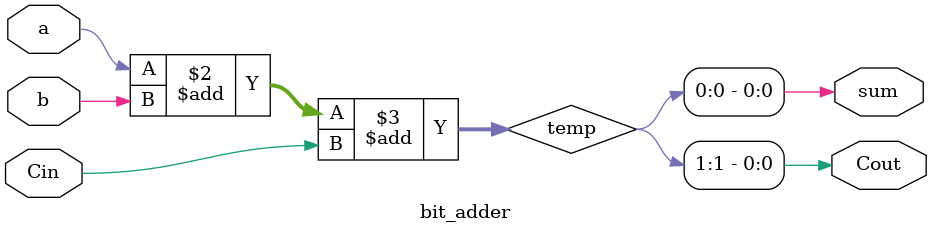
<source format=v>
module bit_adder(a, b, Cin, Cout, sum);

input [0:0] a, b, Cin;
output [0:0] Cout, sum;
reg [1:0] temp;

assign Cout = temp[1];
assign sum = temp[0];
 
always @(a or b or Cin)
	temp <= a + b + Cin;
	
endmodule
</source>
